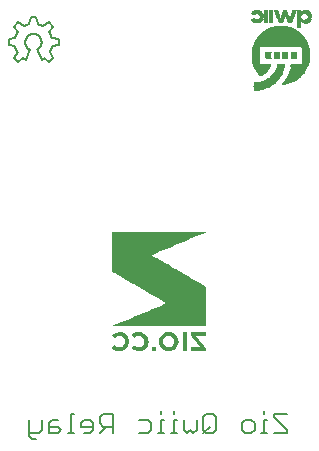
<source format=gbr>
G04 EAGLE Gerber RS-274X export*
G75*
%MOMM*%
%FSLAX34Y34*%
%LPD*%
%AMOC8*
5,1,8,0,0,1.08239X$1,22.5*%
G01*
%ADD10C,0.177800*%
%ADD11R,0.120000X0.020000*%
%ADD12R,0.340000X0.020000*%
%ADD13R,0.320000X0.020000*%
%ADD14R,0.140000X0.020000*%
%ADD15R,0.280000X0.020000*%
%ADD16R,0.360000X0.020000*%
%ADD17R,0.420000X0.020000*%
%ADD18R,0.380000X0.020000*%
%ADD19R,0.480000X0.020000*%
%ADD20R,0.540000X0.020000*%
%ADD21R,0.560000X0.020000*%
%ADD22R,0.400000X0.020000*%
%ADD23R,0.640000X0.020000*%
%ADD24R,0.620000X0.020000*%
%ADD25R,0.700000X0.020000*%
%ADD26R,0.660000X0.020000*%
%ADD27R,0.740000X0.020000*%
%ADD28R,1.080000X0.020000*%
%ADD29R,0.800000X0.020000*%
%ADD30R,1.100000X0.020000*%
%ADD31R,0.440000X0.020000*%
%ADD32R,0.840000X0.020000*%
%ADD33R,1.120000X0.020000*%
%ADD34R,0.460000X0.020000*%
%ADD35R,0.860000X0.020000*%
%ADD36R,0.900000X0.020000*%
%ADD37R,1.140000X0.020000*%
%ADD38R,0.920000X0.020000*%
%ADD39R,1.160000X0.020000*%
%ADD40R,0.960000X0.020000*%
%ADD41R,0.500000X0.020000*%
%ADD42R,0.520000X0.020000*%
%ADD43R,0.940000X0.020000*%
%ADD44R,0.260000X0.020000*%
%ADD45R,0.180000X0.020000*%
%ADD46R,0.580000X0.020000*%
%ADD47R,0.060000X0.020000*%
%ADD48R,0.600000X0.020000*%
%ADD49R,0.300000X0.020000*%
%ADD50R,0.040000X0.020000*%
%ADD51R,0.100000X0.020000*%
%ADD52R,0.160000X0.020000*%
%ADD53R,0.220000X0.020000*%
%ADD54R,0.980000X0.020000*%
%ADD55R,0.880000X0.020000*%
%ADD56R,0.760000X0.020000*%
%ADD57R,1.060000X0.020000*%
%ADD58R,0.720000X0.020000*%
%ADD59R,0.820000X0.020000*%
%ADD60R,1.180000X0.020000*%
%ADD61R,1.340000X0.020000*%
%ADD62R,1.460000X0.020000*%
%ADD63R,1.600000X0.020000*%
%ADD64R,1.700000X0.020000*%
%ADD65R,1.820000X0.020000*%
%ADD66R,1.900000X0.020000*%
%ADD67R,1.980000X0.020000*%
%ADD68R,2.100000X0.020000*%
%ADD69R,2.160000X0.020000*%
%ADD70R,2.260000X0.020000*%
%ADD71R,2.340000X0.020000*%
%ADD72R,2.400000X0.020000*%
%ADD73R,2.480000X0.020000*%
%ADD74R,2.540000X0.020000*%
%ADD75R,2.600000X0.020000*%
%ADD76R,2.680000X0.020000*%
%ADD77R,2.720000X0.020000*%
%ADD78R,2.800000X0.020000*%
%ADD79R,2.840000X0.020000*%
%ADD80R,2.900000X0.020000*%
%ADD81R,2.960000X0.020000*%
%ADD82R,3.000000X0.020000*%
%ADD83R,3.060000X0.020000*%
%ADD84R,3.120000X0.020000*%
%ADD85R,3.160000X0.020000*%
%ADD86R,3.200000X0.020000*%
%ADD87R,3.260000X0.020000*%
%ADD88R,3.300000X0.020000*%
%ADD89R,3.340000X0.020000*%
%ADD90R,3.380000X0.020000*%
%ADD91R,3.420000X0.020000*%
%ADD92R,3.460000X0.020000*%
%ADD93R,3.520000X0.020000*%
%ADD94R,3.540000X0.020000*%
%ADD95R,3.580000X0.020000*%
%ADD96R,3.620000X0.020000*%
%ADD97R,3.660000X0.020000*%
%ADD98R,3.700000X0.020000*%
%ADD99R,3.740000X0.020000*%
%ADD100R,3.780000X0.020000*%
%ADD101R,3.800000X0.020000*%
%ADD102R,3.840000X0.020000*%
%ADD103R,3.860000X0.020000*%
%ADD104R,3.900000X0.020000*%
%ADD105R,3.940000X0.020000*%
%ADD106R,3.960000X0.020000*%
%ADD107R,3.980000X0.020000*%
%ADD108R,4.020000X0.020000*%
%ADD109R,4.060000X0.020000*%
%ADD110R,4.080000X0.020000*%
%ADD111R,4.100000X0.020000*%
%ADD112R,4.120000X0.020000*%
%ADD113R,4.160000X0.020000*%
%ADD114R,4.180000X0.020000*%
%ADD115R,4.200000X0.020000*%
%ADD116R,4.240000X0.020000*%
%ADD117R,4.260000X0.020000*%
%ADD118R,4.280000X0.020000*%
%ADD119R,4.300000X0.020000*%
%ADD120R,4.320000X0.020000*%
%ADD121R,4.340000X0.020000*%
%ADD122R,4.380000X0.020000*%
%ADD123R,4.400000X0.020000*%
%ADD124R,4.440000X0.020000*%
%ADD125R,4.460000X0.020000*%
%ADD126R,4.500000X0.020000*%
%ADD127R,4.520000X0.020000*%
%ADD128R,4.540000X0.020000*%
%ADD129R,4.560000X0.020000*%
%ADD130R,4.580000X0.020000*%
%ADD131R,4.600000X0.020000*%
%ADD132R,4.620000X0.020000*%
%ADD133R,4.640000X0.020000*%
%ADD134R,4.660000X0.020000*%
%ADD135R,4.680000X0.020000*%
%ADD136R,4.700000X0.020000*%
%ADD137R,4.720000X0.020000*%
%ADD138R,4.740000X0.020000*%
%ADD139R,0.680000X0.020000*%
%ADD140R,1.480000X0.020000*%
%ADD141R,1.580000X0.020000*%
%ADD142R,1.560000X0.020000*%
%ADD143R,1.540000X0.020000*%
%ADD144R,1.520000X0.020000*%
%ADD145R,1.500000X0.020000*%
%ADD146R,1.440000X0.020000*%
%ADD147R,1.400000X0.020000*%
%ADD148R,1.420000X0.020000*%
%ADD149R,1.380000X0.020000*%
%ADD150R,1.360000X0.020000*%
%ADD151R,1.320000X0.020000*%
%ADD152R,1.300000X0.020000*%
%ADD153R,1.260000X0.020000*%
%ADD154R,1.220000X0.020000*%
%ADD155R,1.200000X0.020000*%
%ADD156R,1.040000X0.020000*%
%ADD157R,1.020000X0.020000*%
%ADD158R,1.000000X0.020000*%
%ADD159R,1.280000X0.020000*%
%ADD160R,0.780000X0.020000*%
%ADD161R,1.240000X0.020000*%
%ADD162R,0.020000X0.020000*%
%ADD163R,1.840000X0.020000*%
%ADD164R,1.800000X0.020000*%
%ADD165R,1.780000X0.020000*%
%ADD166R,1.760000X0.020000*%
%ADD167R,1.740000X0.020000*%
%ADD168R,1.680000X0.020000*%
%ADD169R,1.660000X0.020000*%
%ADD170R,1.620000X0.020000*%
%ADD171C,0.152400*%

G36*
X176211Y286914D02*
X176211Y286914D01*
X176210Y286914D01*
X176211Y286915D01*
X176208Y289305D01*
X176203Y291692D01*
X176200Y294081D01*
X176195Y296471D01*
X176192Y298858D01*
X176187Y301247D01*
X176184Y303634D01*
X176184Y303637D01*
X176179Y306024D01*
X176176Y308414D01*
X176174Y310801D01*
X176168Y313190D01*
X176166Y315577D01*
X176160Y317967D01*
X176158Y320354D01*
X176153Y320360D01*
X176152Y320364D01*
X173850Y321698D01*
X171548Y323031D01*
X169249Y324365D01*
X164646Y327032D01*
X162347Y328365D01*
X157744Y331032D01*
X155445Y332366D01*
X153143Y333699D01*
X150836Y335038D01*
X148530Y336374D01*
X146225Y337710D01*
X143918Y339049D01*
X141611Y340388D01*
X139307Y341724D01*
X137000Y343063D01*
X134696Y344402D01*
X132389Y345743D01*
X130108Y347076D01*
X132502Y348112D01*
X134927Y349141D01*
X137351Y350168D01*
X139778Y351192D01*
X142205Y352213D01*
X144632Y353235D01*
X147059Y354254D01*
X149488Y355275D01*
X151915Y356291D01*
X154222Y357259D01*
X156526Y358228D01*
X158833Y359193D01*
X161138Y360161D01*
X163445Y361127D01*
X165749Y362095D01*
X168056Y363063D01*
X170360Y364031D01*
X172667Y364999D01*
X174971Y365967D01*
X174972Y365967D01*
X176150Y366469D01*
X176153Y366474D01*
X176157Y366478D01*
X176156Y366480D01*
X176157Y366483D01*
X176150Y366486D01*
X176146Y366492D01*
X170844Y366492D01*
X168193Y366494D01*
X144336Y366494D01*
X141685Y366497D01*
X120483Y366497D01*
X117832Y366500D01*
X96626Y366500D01*
X96615Y366489D01*
X96615Y366488D01*
X96614Y366488D01*
X96617Y364095D01*
X96622Y361700D01*
X96625Y359308D01*
X96630Y356913D01*
X96633Y354521D01*
X96636Y352126D01*
X96641Y349731D01*
X96644Y347339D01*
X96649Y344944D01*
X96652Y342551D01*
X96657Y340156D01*
X96660Y337764D01*
X96665Y335369D01*
X96668Y332974D01*
X96673Y332968D01*
X96674Y332964D01*
X98970Y331636D01*
X101264Y330305D01*
X103560Y328977D01*
X105856Y327646D01*
X108150Y326315D01*
X110446Y324987D01*
X112740Y323656D01*
X115036Y322325D01*
X117332Y320997D01*
X119626Y319666D01*
X126531Y315666D01*
X128832Y314329D01*
X133436Y311662D01*
X135735Y310326D01*
X138036Y308993D01*
X140335Y307654D01*
X142614Y306327D01*
X140190Y305272D01*
X137734Y304230D01*
X135280Y303192D01*
X132824Y302155D01*
X130365Y301120D01*
X127906Y300085D01*
X125447Y299053D01*
X122988Y298021D01*
X120683Y297055D01*
X118376Y296087D01*
X116070Y295119D01*
X113763Y294154D01*
X111458Y293186D01*
X109151Y292217D01*
X106844Y291252D01*
X104540Y290284D01*
X102233Y289316D01*
X99929Y288348D01*
X98249Y287641D01*
X96568Y286934D01*
X96566Y286929D01*
X96561Y286925D01*
X96563Y286923D01*
X96562Y286920D01*
X96568Y286917D01*
X96573Y286911D01*
X101880Y286911D01*
X104534Y286908D01*
X139040Y286908D01*
X141693Y286906D01*
X173545Y286906D01*
X176199Y286903D01*
X176211Y286914D01*
G37*
G36*
X144996Y265762D02*
X144996Y265762D01*
X146385Y265831D01*
X146387Y265833D01*
X146388Y265832D01*
X148573Y266581D01*
X148574Y266583D01*
X148576Y266583D01*
X150475Y267892D01*
X150475Y267894D01*
X150477Y267894D01*
X151933Y269684D01*
X151933Y269686D01*
X151935Y269687D01*
X152807Y271821D01*
X152806Y271823D01*
X152808Y271824D01*
X152989Y273843D01*
X152988Y273844D01*
X152989Y273845D01*
X152760Y275856D01*
X152758Y275858D01*
X152759Y275860D01*
X151732Y278156D01*
X151730Y278157D01*
X151730Y278159D01*
X150074Y280053D01*
X150072Y280053D01*
X150071Y280055D01*
X148540Y280994D01*
X148539Y280994D01*
X148539Y280995D01*
X146869Y281664D01*
X146867Y281663D01*
X146866Y281665D01*
X144996Y281836D01*
X144682Y281865D01*
X144680Y281864D01*
X144679Y281865D01*
X142492Y281673D01*
X142491Y281671D01*
X142489Y281672D01*
X140611Y280907D01*
X140611Y280905D01*
X140609Y280906D01*
X138929Y279775D01*
X138928Y279773D01*
X138927Y279773D01*
X137502Y278084D01*
X137502Y278082D01*
X137500Y278081D01*
X136634Y276052D01*
X136634Y276050D01*
X136633Y276048D01*
X136369Y273854D01*
X136370Y273852D01*
X136369Y273851D01*
X136510Y272038D01*
X136512Y272036D01*
X136511Y272034D01*
X137135Y270328D01*
X137137Y270327D01*
X137136Y270325D01*
X138403Y268405D01*
X138405Y268404D01*
X138405Y268402D01*
X140165Y266925D01*
X140168Y266925D01*
X140168Y266923D01*
X142278Y266000D01*
X142280Y266001D01*
X142281Y265999D01*
X144324Y265727D01*
X144325Y265728D01*
X144326Y265727D01*
X144996Y265762D01*
G37*
G36*
X176211Y266010D02*
X176211Y266010D01*
X176210Y266010D01*
X176211Y266011D01*
X176206Y267318D01*
X176200Y268625D01*
X176197Y268629D01*
X176197Y268633D01*
X174771Y270286D01*
X171917Y273593D01*
X170490Y275247D01*
X167653Y278534D01*
X169689Y278547D01*
X171753Y278561D01*
X173815Y278574D01*
X175879Y278590D01*
X175891Y278601D01*
X175890Y278601D01*
X175891Y278602D01*
X175891Y281584D01*
X175880Y281596D01*
X175880Y281595D01*
X175879Y281596D01*
X163077Y281596D01*
X163066Y281585D01*
X163066Y281584D01*
X163065Y281584D01*
X163065Y279074D01*
X163069Y279070D01*
X163068Y279066D01*
X164506Y277397D01*
X165943Y275727D01*
X167378Y274055D01*
X168816Y272385D01*
X170251Y270716D01*
X171671Y269063D01*
X171034Y269055D01*
X171032Y269055D01*
X170075Y269043D01*
X170073Y269043D01*
X169555Y269037D01*
X169116Y269031D01*
X169114Y269031D01*
X168157Y269019D01*
X168155Y269019D01*
X168154Y269019D01*
X167414Y269010D01*
X167198Y269007D01*
X167196Y269007D01*
X166240Y268995D01*
X166238Y268995D01*
X165282Y268984D01*
X165280Y268984D01*
X165280Y268983D01*
X165272Y268983D01*
X164323Y268972D01*
X164321Y268972D01*
X163364Y268960D01*
X163362Y268960D01*
X163131Y268957D01*
X163119Y268946D01*
X163119Y268945D01*
X163089Y267478D01*
X163060Y266011D01*
X163070Y265999D01*
X163071Y266000D01*
X163072Y265999D01*
X176199Y265999D01*
X176211Y266010D01*
G37*
G36*
X121174Y265842D02*
X121174Y265842D01*
X121176Y265844D01*
X121178Y265843D01*
X123498Y266701D01*
X123499Y266704D01*
X123501Y266703D01*
X125443Y268234D01*
X125443Y268236D01*
X125445Y268237D01*
X126816Y270296D01*
X126816Y270298D01*
X126817Y270298D01*
X127380Y271973D01*
X127380Y271974D01*
X127379Y271975D01*
X127381Y271976D01*
X127509Y273745D01*
X127508Y273746D01*
X127509Y273746D01*
X127354Y275675D01*
X127352Y275676D01*
X127353Y275678D01*
X126668Y277483D01*
X126666Y277484D01*
X126667Y277486D01*
X125523Y279249D01*
X125520Y279249D01*
X125520Y279251D01*
X123923Y280614D01*
X123921Y280614D01*
X123920Y280616D01*
X122016Y281507D01*
X122014Y281506D01*
X122014Y281507D01*
X120675Y281833D01*
X120673Y281832D01*
X120672Y281833D01*
X120443Y281836D01*
X120441Y281836D01*
X119561Y281848D01*
X119559Y281848D01*
X119293Y281852D01*
X119293Y281851D01*
X119293Y281852D01*
X119141Y281848D01*
X119140Y281848D01*
X118638Y281836D01*
X118637Y281836D01*
X118135Y281824D01*
X118133Y281824D01*
X117943Y281820D01*
X117942Y281819D01*
X117941Y281819D01*
X116624Y281553D01*
X116623Y281552D01*
X116622Y281552D01*
X115144Y280963D01*
X115143Y280961D01*
X115142Y280962D01*
X113825Y280073D01*
X113824Y280070D01*
X113821Y280070D01*
X113341Y279304D01*
X113343Y279295D01*
X113342Y279290D01*
X114331Y278128D01*
X114332Y278127D01*
X115356Y276991D01*
X115362Y276990D01*
X115363Y276989D01*
X115368Y276989D01*
X115368Y276990D01*
X115372Y276989D01*
X115372Y276990D01*
X115963Y277424D01*
X117689Y278406D01*
X119650Y278667D01*
X121083Y278369D01*
X122309Y277572D01*
X123507Y275853D01*
X123916Y273799D01*
X123507Y271742D01*
X122309Y270026D01*
X121073Y269225D01*
X119626Y268928D01*
X117657Y269159D01*
X115939Y270166D01*
X115247Y270706D01*
X115231Y270705D01*
X114137Y269620D01*
X113047Y268532D01*
X113046Y268528D01*
X113046Y268527D01*
X113046Y268516D01*
X113047Y268516D01*
X113047Y268515D01*
X113551Y267998D01*
X113552Y267998D01*
X113552Y267997D01*
X114765Y267018D01*
X114767Y267018D01*
X114767Y267017D01*
X116132Y266262D01*
X116135Y266263D01*
X116136Y266261D01*
X118627Y265733D01*
X118628Y265734D01*
X118630Y265732D01*
X121174Y265842D01*
G37*
G36*
X104148Y265756D02*
X104148Y265756D01*
X104149Y265758D01*
X104151Y265757D01*
X106495Y266474D01*
X106496Y266476D01*
X106498Y266476D01*
X108579Y267905D01*
X108579Y267908D01*
X108581Y267908D01*
X110086Y269932D01*
X110085Y269935D01*
X110087Y269936D01*
X110890Y272331D01*
X110889Y272333D01*
X110891Y272334D01*
X110947Y274857D01*
X110945Y274859D01*
X110946Y274859D01*
X110945Y274859D01*
X110946Y274861D01*
X110240Y277285D01*
X110237Y277287D01*
X110238Y277289D01*
X108811Y279369D01*
X108809Y279369D01*
X108809Y279371D01*
X106904Y280881D01*
X106902Y280881D01*
X106901Y280883D01*
X104624Y281728D01*
X104621Y281727D01*
X104620Y281729D01*
X102193Y281886D01*
X102192Y281885D01*
X102190Y281886D01*
X99590Y281390D01*
X99588Y281388D01*
X99586Y281389D01*
X97287Y280079D01*
X97286Y280076D01*
X97284Y280076D01*
X96750Y279364D01*
X96751Y279352D01*
X96751Y279349D01*
X97767Y278154D01*
X98815Y276991D01*
X98831Y276989D01*
X99535Y277496D01*
X100919Y278324D01*
X102492Y278667D01*
X104439Y278417D01*
X106053Y277303D01*
X107221Y275102D01*
X107242Y272607D01*
X106122Y270380D01*
X104612Y269265D01*
X102766Y268906D01*
X100959Y269220D01*
X99380Y270168D01*
X98693Y270696D01*
X98677Y270695D01*
X97647Y269663D01*
X97647Y269662D01*
X96617Y268513D01*
X96617Y268497D01*
X96618Y268497D01*
X96618Y268496D01*
X98325Y266930D01*
X98328Y266930D01*
X98328Y266928D01*
X100155Y266096D01*
X100157Y266097D01*
X100158Y266095D01*
X102134Y265717D01*
X102136Y265718D01*
X102137Y265716D01*
X104148Y265756D01*
G37*
%LPC*%
G36*
X145547Y269033D02*
X145547Y269033D01*
X145169Y269045D01*
X144995Y269050D01*
X144759Y269058D01*
X144387Y269070D01*
X144386Y269070D01*
X144014Y269082D01*
X143642Y269093D01*
X143641Y269093D01*
X143270Y269105D01*
X143269Y269105D01*
X143252Y269106D01*
X141087Y270545D01*
X140110Y272546D01*
X140065Y274770D01*
X140959Y276805D01*
X142667Y278228D01*
X144683Y278694D01*
X144993Y278628D01*
X146710Y278258D01*
X148332Y276973D01*
X149296Y274799D01*
X149197Y272423D01*
X148032Y270354D01*
X145837Y269024D01*
X145547Y269033D01*
G37*
%LPD*%
G36*
X159678Y266010D02*
X159678Y266010D01*
X159677Y266010D01*
X159678Y266011D01*
X159678Y281584D01*
X159668Y281596D01*
X159667Y281595D01*
X159666Y281596D01*
X156252Y281596D01*
X156241Y281585D01*
X156241Y281584D01*
X156241Y266011D01*
X156251Y265999D01*
X156252Y266000D01*
X156252Y265999D01*
X159666Y265999D01*
X159678Y266010D01*
G37*
G36*
X133758Y266010D02*
X133758Y266010D01*
X133757Y266010D01*
X133758Y266011D01*
X133758Y269532D01*
X133747Y269543D01*
X133746Y269543D01*
X130119Y269543D01*
X130107Y269533D01*
X130107Y269532D01*
X130107Y266011D01*
X130117Y265999D01*
X130118Y266000D01*
X130119Y265999D01*
X133746Y265999D01*
X133758Y266010D01*
G37*
D10*
X244475Y212485D02*
X233798Y212485D01*
X233798Y209815D01*
X244475Y199138D01*
X244475Y196469D01*
X233798Y196469D01*
X228103Y207146D02*
X225434Y207146D01*
X225434Y196469D01*
X228103Y196469D02*
X222765Y196469D01*
X225434Y212485D02*
X225434Y215154D01*
X214520Y196469D02*
X209181Y196469D01*
X206512Y199138D01*
X206512Y204477D01*
X209181Y207146D01*
X214520Y207146D01*
X217189Y204477D01*
X217189Y199138D01*
X214520Y196469D01*
X184446Y199138D02*
X184446Y209815D01*
X181777Y212485D01*
X176438Y212485D01*
X173769Y209815D01*
X173769Y199138D01*
X176438Y196469D01*
X181777Y196469D01*
X184446Y199138D01*
X179107Y201808D02*
X173769Y196469D01*
X168074Y199138D02*
X168074Y207146D01*
X168074Y199138D02*
X165405Y196469D01*
X162736Y199138D01*
X160067Y196469D01*
X157397Y199138D01*
X157397Y207146D01*
X151703Y207146D02*
X149034Y207146D01*
X149034Y196469D01*
X151703Y196469D02*
X146364Y196469D01*
X149034Y212485D02*
X149034Y215154D01*
X140788Y207146D02*
X138119Y207146D01*
X138119Y196469D01*
X140788Y196469D02*
X135450Y196469D01*
X138119Y212485D02*
X138119Y215154D01*
X127205Y207146D02*
X119197Y207146D01*
X127205Y207146D02*
X129874Y204477D01*
X129874Y199138D01*
X127205Y196469D01*
X119197Y196469D01*
X97131Y196469D02*
X97131Y212485D01*
X89123Y212485D01*
X86454Y209815D01*
X86454Y204477D01*
X89123Y201808D01*
X97131Y201808D01*
X91792Y201808D02*
X86454Y196469D01*
X78090Y196469D02*
X72752Y196469D01*
X78090Y196469D02*
X80759Y199138D01*
X80759Y204477D01*
X78090Y207146D01*
X72752Y207146D01*
X70082Y204477D01*
X70082Y201808D01*
X80759Y201808D01*
X64388Y212485D02*
X61719Y212485D01*
X61719Y196469D01*
X64388Y196469D02*
X59049Y196469D01*
X50804Y207146D02*
X45466Y207146D01*
X42796Y204477D01*
X42796Y196469D01*
X50804Y196469D01*
X53473Y199138D01*
X50804Y201808D01*
X42796Y201808D01*
X37102Y199138D02*
X37102Y207146D01*
X37102Y199138D02*
X34433Y196469D01*
X26425Y196469D01*
X26425Y193800D02*
X26425Y207146D01*
X26425Y193800D02*
X29094Y191130D01*
X31763Y191130D01*
D11*
X260530Y553900D03*
D12*
X255230Y553900D03*
X251030Y553900D03*
D13*
X243130Y553900D03*
X235530Y553900D03*
D12*
X231430Y553900D03*
X227230Y553900D03*
D14*
X219430Y553900D03*
D15*
X260530Y553700D03*
D16*
X255130Y553700D03*
X250930Y553700D03*
X243130Y553700D03*
D12*
X235430Y553700D03*
D16*
X231530Y553700D03*
X227130Y553700D03*
D13*
X219330Y553700D03*
D17*
X260630Y553500D03*
D16*
X255130Y553500D03*
X250930Y553500D03*
D18*
X243230Y553500D03*
D16*
X235530Y553500D03*
X231530Y553500D03*
X227130Y553500D03*
D19*
X219330Y553500D03*
X260530Y553300D03*
D16*
X255130Y553300D03*
X250930Y553300D03*
D18*
X243230Y553300D03*
D12*
X235630Y553300D03*
D16*
X231530Y553300D03*
X227130Y553300D03*
D20*
X219430Y553300D03*
D21*
X260530Y553100D03*
D16*
X255130Y553100D03*
X250730Y553100D03*
D22*
X243130Y553100D03*
D12*
X235630Y553100D03*
D16*
X231530Y553100D03*
X227130Y553100D03*
D23*
X219330Y553100D03*
D24*
X260630Y552900D03*
D16*
X255130Y552900D03*
X250730Y552900D03*
D22*
X243130Y552900D03*
D16*
X235730Y552900D03*
X231530Y552900D03*
X227130Y552900D03*
D25*
X219430Y552900D03*
D26*
X260630Y552700D03*
D18*
X255230Y552700D03*
D12*
X250630Y552700D03*
D17*
X243230Y552700D03*
D12*
X235830Y552700D03*
D16*
X231530Y552700D03*
X227130Y552700D03*
D27*
X219430Y552700D03*
D28*
X258730Y552500D03*
D16*
X250530Y552500D03*
D17*
X243230Y552500D03*
D12*
X235830Y552500D03*
D16*
X231530Y552500D03*
X227130Y552500D03*
D29*
X219330Y552500D03*
D30*
X258830Y552300D03*
D16*
X250530Y552300D03*
D31*
X243130Y552300D03*
D12*
X235830Y552300D03*
D16*
X231530Y552300D03*
X227130Y552300D03*
D32*
X219330Y552300D03*
D33*
X258930Y552100D03*
D12*
X250430Y552100D03*
D34*
X243230Y552100D03*
D12*
X236030Y552100D03*
D16*
X231530Y552100D03*
X227130Y552100D03*
D35*
X219430Y552100D03*
D33*
X258930Y551900D03*
D12*
X250430Y551900D03*
D34*
X243230Y551900D03*
D12*
X236030Y551900D03*
D16*
X231530Y551900D03*
X227130Y551900D03*
D36*
X219430Y551900D03*
D37*
X259030Y551700D03*
D16*
X250330Y551700D03*
D19*
X243130Y551700D03*
D13*
X236130Y551700D03*
D16*
X231530Y551700D03*
X227130Y551700D03*
D38*
X219330Y551700D03*
D39*
X259130Y551500D03*
D12*
X250230Y551500D03*
D19*
X243130Y551500D03*
D12*
X236230Y551500D03*
D16*
X231530Y551500D03*
X227130Y551500D03*
D40*
X219330Y551500D03*
D39*
X259130Y551300D03*
D12*
X250230Y551300D03*
D41*
X243230Y551300D03*
D12*
X236230Y551300D03*
D16*
X231530Y551300D03*
X227130Y551300D03*
D40*
X219530Y551300D03*
D39*
X259130Y551100D03*
D16*
X250130Y551100D03*
D42*
X243130Y551100D03*
D12*
X236230Y551100D03*
D16*
X231530Y551100D03*
X227130Y551100D03*
D43*
X219630Y551100D03*
D19*
X262730Y550900D03*
D20*
X256030Y550900D03*
D12*
X250030Y550900D03*
D42*
X243130Y550900D03*
D13*
X236330Y550900D03*
D16*
X231530Y550900D03*
X227130Y550900D03*
D19*
X222130Y550900D03*
D13*
X216930Y550900D03*
D34*
X263030Y550700D03*
D41*
X255830Y550700D03*
D12*
X250030Y550700D03*
D42*
X243130Y550700D03*
D12*
X236430Y550700D03*
D16*
X231530Y550700D03*
X227130Y550700D03*
D31*
X222330Y550700D03*
D44*
X216830Y550700D03*
D17*
X263230Y550500D03*
D34*
X255630Y550500D03*
D16*
X249930Y550500D03*
D20*
X243230Y550500D03*
D13*
X236530Y550500D03*
D16*
X231530Y550500D03*
X227130Y550500D03*
D17*
X222630Y550500D03*
D45*
X216830Y550500D03*
D22*
X263330Y550300D03*
D31*
X255530Y550300D03*
D12*
X249830Y550300D03*
D20*
X243230Y550300D03*
D13*
X236530Y550300D03*
D16*
X231530Y550300D03*
X227130Y550300D03*
D22*
X222730Y550300D03*
D11*
X216930Y550300D03*
D22*
X263330Y550100D03*
D17*
X255430Y550100D03*
D12*
X249830Y550100D03*
D46*
X243230Y550100D03*
D12*
X236630Y550100D03*
D16*
X231530Y550100D03*
X227130Y550100D03*
D18*
X222830Y550100D03*
D47*
X217030Y550100D03*
D18*
X263430Y549900D03*
D22*
X255330Y549900D03*
D13*
X249730Y549900D03*
D46*
X243230Y549900D03*
D13*
X236730Y549900D03*
D16*
X231530Y549900D03*
X227130Y549900D03*
X222930Y549900D03*
D18*
X263630Y549700D03*
D22*
X255330Y549700D03*
D12*
X249630Y549700D03*
D48*
X243130Y549700D03*
D13*
X236730Y549700D03*
D16*
X231530Y549700D03*
X227130Y549700D03*
D18*
X223030Y549700D03*
X263630Y549500D03*
D22*
X255330Y549500D03*
D12*
X249630Y549500D03*
D48*
X243130Y549500D03*
D13*
X236930Y549500D03*
D16*
X231530Y549500D03*
X227130Y549500D03*
D18*
X223030Y549500D03*
X263630Y549300D03*
X255230Y549300D03*
D13*
X249530Y549300D03*
D15*
X244730Y549300D03*
D49*
X241630Y549300D03*
D13*
X236930Y549300D03*
D16*
X231530Y549300D03*
X227130Y549300D03*
X223130Y549300D03*
X263730Y549100D03*
D18*
X255230Y549100D03*
D12*
X249430Y549100D03*
D15*
X244930Y549100D03*
D49*
X241630Y549100D03*
D13*
X236930Y549100D03*
D16*
X231530Y549100D03*
X227130Y549100D03*
X223130Y549100D03*
X263730Y548900D03*
D18*
X255230Y548900D03*
D12*
X249430Y548900D03*
D15*
X244930Y548900D03*
D49*
X241430Y548900D03*
X237030Y548900D03*
D16*
X231530Y548900D03*
X227130Y548900D03*
X223130Y548900D03*
X263730Y548700D03*
X255130Y548700D03*
D13*
X249330Y548700D03*
D49*
X245030Y548700D03*
X241430Y548700D03*
D13*
X237130Y548700D03*
D16*
X231530Y548700D03*
X227130Y548700D03*
X223130Y548700D03*
X263730Y548500D03*
X255130Y548500D03*
D12*
X249230Y548500D03*
D49*
X245030Y548500D03*
X241430Y548500D03*
D13*
X237130Y548500D03*
D16*
X231530Y548500D03*
X227130Y548500D03*
X223130Y548500D03*
X263730Y548300D03*
X255130Y548300D03*
D13*
X249130Y548300D03*
D15*
X245130Y548300D03*
X241330Y548300D03*
D49*
X237230Y548300D03*
D16*
X231530Y548300D03*
X227130Y548300D03*
X223130Y548300D03*
X263730Y548100D03*
X255130Y548100D03*
D13*
X249130Y548100D03*
D15*
X245130Y548100D03*
D49*
X241230Y548100D03*
D13*
X237330Y548100D03*
D16*
X231530Y548100D03*
X227130Y548100D03*
X223130Y548100D03*
X263730Y547900D03*
X255130Y547900D03*
D13*
X249130Y547900D03*
D15*
X245330Y547900D03*
D49*
X241230Y547900D03*
X237430Y547900D03*
D16*
X231530Y547900D03*
X227130Y547900D03*
X223130Y547900D03*
X263730Y547700D03*
D18*
X255230Y547700D03*
D12*
X249030Y547700D03*
D15*
X245330Y547700D03*
D49*
X241030Y547700D03*
X237430Y547700D03*
D16*
X231530Y547700D03*
X227130Y547700D03*
X223130Y547700D03*
X263730Y547500D03*
D18*
X255230Y547500D03*
D13*
X248930Y547500D03*
D15*
X245330Y547500D03*
D49*
X241030Y547500D03*
X237430Y547500D03*
D16*
X231530Y547500D03*
X227130Y547500D03*
X223130Y547500D03*
D18*
X263630Y547300D03*
X255230Y547300D03*
D13*
X248930Y547300D03*
D15*
X245330Y547300D03*
D49*
X241030Y547300D03*
D13*
X237530Y547300D03*
D16*
X231530Y547300D03*
X227130Y547300D03*
D18*
X223030Y547300D03*
X263630Y547100D03*
D22*
X255330Y547100D03*
D13*
X248730Y547100D03*
D15*
X245530Y547100D03*
D49*
X241030Y547100D03*
X237630Y547100D03*
D16*
X231530Y547100D03*
X227130Y547100D03*
D18*
X223030Y547100D03*
X263630Y546900D03*
D22*
X255330Y546900D03*
D24*
X247230Y546900D03*
X239230Y546900D03*
D16*
X231530Y546900D03*
X227130Y546900D03*
D18*
X222830Y546900D03*
D50*
X216930Y546900D03*
D18*
X263430Y546700D03*
D22*
X255330Y546700D03*
D24*
X247230Y546700D03*
D48*
X239330Y546700D03*
D16*
X231530Y546700D03*
X227130Y546700D03*
D18*
X222830Y546700D03*
D51*
X216830Y546700D03*
D22*
X263330Y546500D03*
D17*
X255430Y546500D03*
D46*
X247230Y546500D03*
X239230Y546500D03*
D16*
X231530Y546500D03*
X227130Y546500D03*
D22*
X222730Y546500D03*
D52*
X216730Y546500D03*
D22*
X263330Y546300D03*
D31*
X255530Y546300D03*
D46*
X247230Y546300D03*
X239230Y546300D03*
D16*
X231530Y546300D03*
X227130Y546300D03*
D17*
X222630Y546300D03*
D53*
X216630Y546300D03*
D17*
X263230Y546100D03*
D34*
X255630Y546100D03*
D46*
X247230Y546100D03*
D21*
X239330Y546100D03*
D16*
X231530Y546100D03*
X227130Y546100D03*
D31*
X222330Y546100D03*
D15*
X216730Y546100D03*
D31*
X262930Y545900D03*
D19*
X255730Y545900D03*
D20*
X247230Y545900D03*
D21*
X239330Y545900D03*
D16*
X231530Y545900D03*
X227130Y545900D03*
D40*
X219730Y545900D03*
D34*
X262830Y545700D03*
D42*
X255930Y545700D03*
D20*
X247230Y545700D03*
X239230Y545700D03*
D16*
X231530Y545700D03*
X227130Y545700D03*
D40*
X219530Y545700D03*
D42*
X262330Y545500D03*
D48*
X256330Y545500D03*
D42*
X247130Y545500D03*
X239330Y545500D03*
D16*
X231530Y545500D03*
X227130Y545500D03*
D54*
X219430Y545500D03*
D39*
X259130Y545300D03*
D41*
X247230Y545300D03*
D42*
X239330Y545300D03*
D16*
X231530Y545300D03*
X227130Y545300D03*
D43*
X219430Y545300D03*
D39*
X259130Y545100D03*
D41*
X247230Y545100D03*
D19*
X239330Y545100D03*
D16*
X231530Y545100D03*
X227130Y545100D03*
D38*
X219330Y545100D03*
D37*
X259030Y544900D03*
D19*
X247130Y544900D03*
X239330Y544900D03*
D16*
X231530Y544900D03*
X227130Y544900D03*
D55*
X219330Y544900D03*
D33*
X258930Y544700D03*
D19*
X247130Y544700D03*
X239330Y544700D03*
D16*
X231530Y544700D03*
X227130Y544700D03*
D32*
X219330Y544700D03*
D30*
X258830Y544500D03*
D34*
X247230Y544500D03*
D31*
X239330Y544500D03*
D16*
X231530Y544500D03*
X227130Y544500D03*
D29*
X219330Y544500D03*
D28*
X258730Y544300D03*
D31*
X247130Y544300D03*
X239330Y544300D03*
D16*
X231530Y544300D03*
X227130Y544300D03*
D56*
X219330Y544300D03*
D57*
X258630Y544100D03*
D17*
X247230Y544100D03*
D31*
X239330Y544100D03*
D16*
X231530Y544100D03*
X227130Y544100D03*
D58*
X219330Y544100D03*
D23*
X260530Y543900D03*
D18*
X255230Y543900D03*
D22*
X247130Y543900D03*
D17*
X239430Y543900D03*
D16*
X231530Y543900D03*
X227130Y543900D03*
D23*
X219330Y543900D03*
D48*
X260530Y543700D03*
D16*
X255130Y543700D03*
D22*
X247130Y543700D03*
X239330Y543700D03*
D16*
X231530Y543700D03*
X227130Y543700D03*
D48*
X219330Y543700D03*
D21*
X260530Y543500D03*
D16*
X255130Y543500D03*
D22*
X247130Y543500D03*
D18*
X239430Y543500D03*
D16*
X231530Y543500D03*
X227130Y543500D03*
D41*
X219430Y543500D03*
D19*
X260530Y543300D03*
D16*
X255130Y543300D03*
X247130Y543300D03*
D18*
X239430Y543300D03*
D16*
X231530Y543300D03*
X227130Y543300D03*
X219330Y543300D03*
D22*
X260530Y543100D03*
D16*
X255130Y543100D03*
X247130Y543100D03*
X239330Y543100D03*
D12*
X231430Y543100D03*
D16*
X227130Y543100D03*
D53*
X219430Y543100D03*
D15*
X260530Y542900D03*
D16*
X255130Y542900D03*
D51*
X260430Y542700D03*
D16*
X255130Y542700D03*
X255130Y542500D03*
X255130Y542300D03*
X255130Y542100D03*
X255130Y541900D03*
X255130Y541700D03*
X255130Y541500D03*
X255130Y541300D03*
X255130Y541100D03*
X255130Y540900D03*
X255130Y540700D03*
X255130Y540500D03*
D17*
X239430Y540500D03*
D16*
X255130Y540300D03*
D59*
X239430Y540300D03*
D16*
X255130Y540100D03*
D54*
X239430Y540100D03*
D16*
X255130Y539900D03*
D60*
X239430Y539900D03*
D16*
X255130Y539700D03*
D61*
X239430Y539700D03*
D16*
X255130Y539500D03*
D62*
X239430Y539500D03*
D16*
X255130Y539300D03*
D63*
X239330Y539300D03*
D12*
X255230Y539100D03*
D64*
X239430Y539100D03*
D65*
X239430Y538900D03*
D66*
X239430Y538700D03*
D67*
X239430Y538500D03*
D68*
X239430Y538300D03*
D69*
X239330Y538100D03*
D70*
X239430Y537900D03*
D71*
X239430Y537700D03*
D72*
X239330Y537500D03*
D73*
X239330Y537300D03*
D74*
X239430Y537100D03*
D75*
X239330Y536900D03*
D76*
X239330Y536700D03*
D77*
X239330Y536500D03*
D78*
X239330Y536300D03*
D79*
X239330Y536100D03*
D80*
X239430Y535900D03*
D81*
X239330Y535700D03*
D82*
X239330Y535500D03*
D83*
X239430Y535300D03*
D84*
X239330Y535100D03*
D85*
X239330Y534900D03*
D86*
X239330Y534700D03*
D87*
X239430Y534500D03*
D88*
X239430Y534300D03*
D89*
X239430Y534100D03*
D90*
X239430Y533900D03*
D91*
X239430Y533700D03*
D92*
X239430Y533500D03*
D93*
X239330Y533300D03*
D94*
X239430Y533100D03*
D95*
X239430Y532900D03*
D96*
X239430Y532700D03*
D97*
X239430Y532500D03*
D98*
X239430Y532300D03*
D99*
X239430Y532100D03*
D100*
X239430Y531900D03*
D101*
X239330Y531700D03*
D102*
X239330Y531500D03*
D103*
X239430Y531300D03*
D104*
X239430Y531100D03*
D105*
X239430Y530900D03*
D106*
X239330Y530700D03*
D107*
X239430Y530500D03*
D108*
X239430Y530300D03*
D109*
X239430Y530100D03*
D110*
X239330Y529900D03*
D111*
X239430Y529700D03*
D112*
X239330Y529500D03*
D113*
X239330Y529300D03*
D114*
X239430Y529100D03*
D115*
X239330Y528900D03*
D116*
X239330Y528700D03*
D117*
X239430Y528500D03*
D118*
X239330Y528300D03*
D119*
X239430Y528100D03*
D120*
X239330Y527900D03*
D121*
X239430Y527700D03*
D122*
X239430Y527500D03*
X239430Y527300D03*
D123*
X239330Y527100D03*
D124*
X239330Y526900D03*
D125*
X239430Y526700D03*
X239430Y526500D03*
D126*
X239430Y526300D03*
D127*
X239330Y526100D03*
X239330Y525900D03*
D128*
X239430Y525700D03*
D129*
X239330Y525500D03*
D130*
X239430Y525300D03*
D131*
X239330Y525100D03*
X239330Y524900D03*
D132*
X239430Y524700D03*
D133*
X239330Y524500D03*
D134*
X239430Y524300D03*
X239430Y524100D03*
D135*
X239330Y523900D03*
D136*
X239430Y523700D03*
D137*
X239330Y523500D03*
X239330Y523300D03*
D138*
X239430Y523100D03*
X239430Y522900D03*
D48*
X260130Y522700D03*
D23*
X218730Y522700D03*
D48*
X260330Y522500D03*
D24*
X218630Y522500D03*
D46*
X260430Y522300D03*
D24*
X218630Y522300D03*
D46*
X260430Y522100D03*
D24*
X218630Y522100D03*
D46*
X260430Y521900D03*
D23*
X218530Y521900D03*
D48*
X260530Y521700D03*
D23*
X218530Y521700D03*
D48*
X260530Y521500D03*
D23*
X218530Y521500D03*
D48*
X260530Y521300D03*
D26*
X218430Y521300D03*
D48*
X260530Y521100D03*
D26*
X218430Y521100D03*
D24*
X260630Y520900D03*
D26*
X218430Y520900D03*
D24*
X260630Y520700D03*
D26*
X218430Y520700D03*
D24*
X260630Y520500D03*
D26*
X218430Y520500D03*
D24*
X260630Y520300D03*
D26*
X218430Y520300D03*
D24*
X260630Y520100D03*
D139*
X218330Y520100D03*
D23*
X260730Y519900D03*
D139*
X218330Y519900D03*
D23*
X260730Y519700D03*
D139*
X218330Y519700D03*
D23*
X260730Y519500D03*
D139*
X218330Y519500D03*
D23*
X260730Y519300D03*
D139*
X218330Y519300D03*
D23*
X260730Y519100D03*
D25*
X218230Y519100D03*
D23*
X260730Y518900D03*
D25*
X218230Y518900D03*
D23*
X260730Y518700D03*
D25*
X218230Y518700D03*
D23*
X260730Y518500D03*
D25*
X218230Y518500D03*
D23*
X260730Y518300D03*
D25*
X218230Y518300D03*
D23*
X260730Y518100D03*
D25*
X218230Y518100D03*
D26*
X260830Y517900D03*
D34*
X250430Y517900D03*
D19*
X243330Y517900D03*
X236130Y517900D03*
D34*
X229030Y517900D03*
D25*
X218230Y517900D03*
D26*
X260830Y517700D03*
D19*
X250530Y517700D03*
X243330Y517700D03*
D41*
X236030Y517700D03*
D19*
X228930Y517700D03*
D25*
X218230Y517700D03*
D26*
X260830Y517500D03*
D19*
X250530Y517500D03*
X243330Y517500D03*
D41*
X236030Y517500D03*
D19*
X228930Y517500D03*
D25*
X218230Y517500D03*
D26*
X260830Y517300D03*
D19*
X250530Y517300D03*
X243330Y517300D03*
D41*
X236030Y517300D03*
D19*
X228930Y517300D03*
D25*
X218230Y517300D03*
D26*
X260830Y517100D03*
D19*
X250530Y517100D03*
X243330Y517100D03*
D41*
X236030Y517100D03*
D19*
X228930Y517100D03*
D25*
X218230Y517100D03*
D26*
X260830Y516900D03*
D19*
X250530Y516900D03*
X243330Y516900D03*
D41*
X236030Y516900D03*
D19*
X228930Y516900D03*
D25*
X218230Y516900D03*
D26*
X260830Y516700D03*
D19*
X250530Y516700D03*
X243330Y516700D03*
D41*
X236030Y516700D03*
D19*
X228930Y516700D03*
D25*
X218230Y516700D03*
D26*
X260830Y516500D03*
D19*
X250530Y516500D03*
X243330Y516500D03*
D41*
X236030Y516500D03*
D19*
X228930Y516500D03*
D58*
X218130Y516500D03*
D26*
X260830Y516300D03*
D19*
X250530Y516300D03*
X243330Y516300D03*
D41*
X236030Y516300D03*
D19*
X228930Y516300D03*
D58*
X218130Y516300D03*
D26*
X260830Y516100D03*
D19*
X250530Y516100D03*
X243330Y516100D03*
D41*
X236030Y516100D03*
D19*
X228930Y516100D03*
D58*
X218130Y516100D03*
D26*
X260830Y515900D03*
D19*
X250530Y515900D03*
X243330Y515900D03*
D41*
X236030Y515900D03*
D19*
X228930Y515900D03*
D58*
X218130Y515900D03*
D26*
X260830Y515700D03*
D19*
X250530Y515700D03*
X243330Y515700D03*
D41*
X236030Y515700D03*
D19*
X228930Y515700D03*
D58*
X218130Y515700D03*
D26*
X260830Y515500D03*
D19*
X250530Y515500D03*
X243330Y515500D03*
D41*
X236030Y515500D03*
D19*
X228930Y515500D03*
D58*
X218130Y515500D03*
D26*
X260830Y515300D03*
D19*
X250530Y515300D03*
X243330Y515300D03*
D41*
X236030Y515300D03*
D19*
X228930Y515300D03*
D58*
X218130Y515300D03*
D26*
X260830Y515100D03*
D19*
X250530Y515100D03*
X243330Y515100D03*
D41*
X236030Y515100D03*
D19*
X228930Y515100D03*
D58*
X218130Y515100D03*
D26*
X260830Y514900D03*
D19*
X250530Y514900D03*
X243330Y514900D03*
D41*
X236030Y514900D03*
D19*
X228930Y514900D03*
D25*
X218230Y514900D03*
D26*
X260830Y514700D03*
D19*
X250530Y514700D03*
X243330Y514700D03*
D41*
X236030Y514700D03*
D19*
X228930Y514700D03*
D25*
X218230Y514700D03*
D26*
X260830Y514500D03*
D19*
X250530Y514500D03*
X243330Y514500D03*
D41*
X236030Y514500D03*
D19*
X228930Y514500D03*
D25*
X218230Y514500D03*
D26*
X260830Y514300D03*
D19*
X250530Y514300D03*
X243330Y514300D03*
D41*
X236030Y514300D03*
D19*
X228930Y514300D03*
D25*
X218230Y514300D03*
D26*
X260830Y514100D03*
D19*
X250530Y514100D03*
X243330Y514100D03*
D41*
X236030Y514100D03*
D19*
X228930Y514100D03*
D25*
X218230Y514100D03*
D26*
X260830Y513900D03*
D19*
X250530Y513900D03*
X243330Y513900D03*
D41*
X236030Y513900D03*
D19*
X228930Y513900D03*
D25*
X218230Y513900D03*
D26*
X260830Y513700D03*
D19*
X250530Y513700D03*
X243330Y513700D03*
D41*
X236030Y513700D03*
D19*
X228930Y513700D03*
D25*
X218230Y513700D03*
D23*
X260730Y513500D03*
D19*
X250530Y513500D03*
X243330Y513500D03*
D41*
X236030Y513500D03*
D19*
X228930Y513500D03*
D25*
X218230Y513500D03*
D23*
X260730Y513300D03*
D34*
X250430Y513300D03*
D19*
X243330Y513300D03*
X236130Y513300D03*
D34*
X229030Y513300D03*
D25*
X218230Y513300D03*
D23*
X260730Y513100D03*
D25*
X218230Y513100D03*
D23*
X260730Y512900D03*
D25*
X218230Y512900D03*
D23*
X260730Y512700D03*
D25*
X218230Y512700D03*
D23*
X260730Y512500D03*
D25*
X218230Y512500D03*
D23*
X260730Y512300D03*
D25*
X218230Y512300D03*
D23*
X260730Y512100D03*
D139*
X218330Y512100D03*
D23*
X260730Y511900D03*
D139*
X218330Y511900D03*
D23*
X260730Y511700D03*
D139*
X218330Y511700D03*
D24*
X260630Y511500D03*
D139*
X218330Y511500D03*
D24*
X260630Y511300D03*
D26*
X218430Y511300D03*
D24*
X260630Y511100D03*
D26*
X218430Y511100D03*
D24*
X260630Y510900D03*
D26*
X218430Y510900D03*
D24*
X260630Y510700D03*
D26*
X218430Y510700D03*
D48*
X260530Y510500D03*
D26*
X218430Y510500D03*
D48*
X260530Y510300D03*
D26*
X218430Y510300D03*
D48*
X260530Y510100D03*
D23*
X218530Y510100D03*
D48*
X260530Y509900D03*
D23*
X218530Y509900D03*
D46*
X260430Y509700D03*
D23*
X218530Y509700D03*
D46*
X260430Y509500D03*
D23*
X218530Y509500D03*
D46*
X260430Y509300D03*
D24*
X218630Y509300D03*
D46*
X260430Y509100D03*
D24*
X218630Y509100D03*
D21*
X260330Y508900D03*
D24*
X218630Y508900D03*
D21*
X260330Y508700D03*
D48*
X218730Y508700D03*
D46*
X260230Y508500D03*
D24*
X218830Y508500D03*
D140*
X255530Y508300D03*
D26*
X239830Y508300D03*
D141*
X223630Y508300D03*
D140*
X255530Y508100D03*
D26*
X239830Y508100D03*
D141*
X223630Y508100D03*
D140*
X255530Y507900D03*
D26*
X239830Y507900D03*
D142*
X223730Y507900D03*
D140*
X255530Y507700D03*
D139*
X239730Y507700D03*
D143*
X223630Y507700D03*
D62*
X255430Y507500D03*
D139*
X239730Y507500D03*
D144*
X223730Y507500D03*
D140*
X255330Y507300D03*
D139*
X239730Y507300D03*
D144*
X223730Y507300D03*
D62*
X255230Y507100D03*
D139*
X239730Y507100D03*
D144*
X223730Y507100D03*
D62*
X255230Y506900D03*
D25*
X239630Y506900D03*
D145*
X223630Y506900D03*
D62*
X255230Y506700D03*
D139*
X239530Y506700D03*
D140*
X223730Y506700D03*
D146*
X255130Y506500D03*
D139*
X239530Y506500D03*
D62*
X223630Y506500D03*
D146*
X255130Y506300D03*
D139*
X239530Y506300D03*
D146*
X223730Y506300D03*
X254930Y506100D03*
D25*
X239430Y506100D03*
D146*
X223730Y506100D03*
X254930Y505900D03*
D25*
X239430Y505900D03*
D147*
X223730Y505900D03*
D148*
X254830Y505700D03*
D139*
X239330Y505700D03*
D147*
X223730Y505700D03*
D148*
X254830Y505500D03*
D25*
X239230Y505500D03*
D149*
X223630Y505500D03*
D148*
X254830Y505300D03*
D25*
X239230Y505300D03*
D150*
X223730Y505300D03*
D147*
X254730Y505100D03*
D25*
X239230Y505100D03*
D151*
X223730Y505100D03*
D148*
X254630Y504900D03*
D25*
X239030Y504900D03*
D151*
X223730Y504900D03*
D147*
X254530Y504700D03*
D25*
X239030Y504700D03*
D152*
X223630Y504700D03*
D147*
X254530Y504500D03*
D25*
X239030Y504500D03*
D153*
X223630Y504500D03*
D149*
X254430Y504300D03*
D58*
X238930Y504300D03*
D153*
X223630Y504300D03*
D147*
X254330Y504100D03*
D25*
X238830Y504100D03*
D154*
X223630Y504100D03*
D149*
X254230Y503900D03*
D58*
X238730Y503900D03*
D155*
X223730Y503900D03*
D150*
X254130Y503700D03*
D58*
X238730Y503700D03*
D60*
X223630Y503700D03*
D150*
X254130Y503500D03*
D58*
X238530Y503500D03*
D37*
X223630Y503500D03*
D150*
X253930Y503300D03*
D58*
X238530Y503300D03*
D37*
X223630Y503300D03*
D150*
X253930Y503100D03*
D27*
X238430Y503100D03*
D30*
X223630Y503100D03*
D61*
X253830Y502900D03*
D58*
X238330Y502900D03*
D28*
X223530Y502900D03*
D151*
X253730Y502700D03*
D27*
X238230Y502700D03*
D156*
X223530Y502700D03*
D61*
X253630Y502500D03*
D27*
X238230Y502500D03*
D157*
X223630Y502500D03*
D151*
X253530Y502300D03*
D27*
X238030Y502300D03*
D158*
X223530Y502300D03*
D61*
X253430Y502100D03*
D27*
X238030Y502100D03*
D40*
X223530Y502100D03*
D151*
X253330Y501900D03*
D27*
X237830Y501900D03*
D38*
X223530Y501900D03*
D152*
X253230Y501700D03*
D56*
X237730Y501700D03*
D36*
X223430Y501700D03*
D152*
X253230Y501500D03*
D56*
X237730Y501500D03*
D35*
X223430Y501500D03*
D152*
X253030Y501300D03*
D56*
X237530Y501300D03*
D59*
X223430Y501300D03*
D159*
X252930Y501100D03*
D56*
X237530Y501100D03*
D29*
X223330Y501100D03*
D159*
X252730Y500900D03*
D56*
X237330Y500900D03*
X223330Y500900D03*
D159*
X252730Y500700D03*
D160*
X237230Y500700D03*
D25*
X223230Y500700D03*
D153*
X252630Y500500D03*
D160*
X237030Y500500D03*
D26*
X223230Y500500D03*
D153*
X252430Y500300D03*
D160*
X237030Y500300D03*
D23*
X223130Y500300D03*
D153*
X252430Y500100D03*
D160*
X236830Y500100D03*
D48*
X223130Y500100D03*
D154*
X252230Y499900D03*
D29*
X236730Y499900D03*
D20*
X223030Y499900D03*
D161*
X252130Y499700D03*
D29*
X236530Y499700D03*
D19*
X222930Y499700D03*
D154*
X252030Y499500D03*
D29*
X236530Y499500D03*
D31*
X222930Y499500D03*
D154*
X251830Y499300D03*
D29*
X236330Y499300D03*
D18*
X222830Y499300D03*
D155*
X251730Y499100D03*
D59*
X236230Y499100D03*
D13*
X222730Y499100D03*
D155*
X251530Y498900D03*
D59*
X236030Y498900D03*
D15*
X222530Y498900D03*
D60*
X251430Y498700D03*
D32*
X235930Y498700D03*
D53*
X222430Y498700D03*
D60*
X251230Y498500D03*
D32*
X235730Y498500D03*
D14*
X222230Y498500D03*
D39*
X251130Y498300D03*
D32*
X235530Y498300D03*
D162*
X222230Y498300D03*
D39*
X250930Y498100D03*
D35*
X235430Y498100D03*
D37*
X250830Y497900D03*
D35*
X235230Y497900D03*
D37*
X250630Y497700D03*
D55*
X235130Y497700D03*
D33*
X250530Y497500D03*
D55*
X234930Y497500D03*
D33*
X250330Y497300D03*
D55*
X234730Y497300D03*
D30*
X250230Y497100D03*
D55*
X234530Y497100D03*
D30*
X250030Y496900D03*
D38*
X234330Y496900D03*
D28*
X249930Y496700D03*
D38*
X234130Y496700D03*
D28*
X249730Y496500D03*
D38*
X233930Y496500D03*
D156*
X249530Y496300D03*
D40*
X233730Y496300D03*
D156*
X249330Y496100D03*
D40*
X233530Y496100D03*
D156*
X249130Y495900D03*
D40*
X233330Y495900D03*
D158*
X248930Y495700D03*
D54*
X233030Y495700D03*
D158*
X248730Y495500D03*
D157*
X232830Y495500D03*
D40*
X248530Y495300D03*
D157*
X232630Y495300D03*
D40*
X248330Y495100D03*
D156*
X232330Y495100D03*
D43*
X248030Y494900D03*
D57*
X232030Y494900D03*
D43*
X247830Y494700D03*
D28*
X231730Y494700D03*
D36*
X247630Y494500D03*
D30*
X231430Y494500D03*
D55*
X247330Y494300D03*
D33*
X231130Y494300D03*
D35*
X247230Y494100D03*
D39*
X230730Y494100D03*
D32*
X246930Y493900D03*
D60*
X230430Y493900D03*
D59*
X246630Y493700D03*
D161*
X229930Y493700D03*
D29*
X246330Y493500D03*
D159*
X229530Y493500D03*
D56*
X246130Y493300D03*
D61*
X229030Y493300D03*
D27*
X245830Y493100D03*
D148*
X228430Y493100D03*
D58*
X245530Y492900D03*
D143*
X227630Y492900D03*
D47*
X218630Y492900D03*
D139*
X245130Y492700D03*
D163*
X225930Y492700D03*
D26*
X244830Y492500D03*
D65*
X225830Y492500D03*
D46*
X244430Y492300D03*
D164*
X225730Y492300D03*
D20*
X244030Y492100D03*
D165*
X225630Y492100D03*
D41*
X243630Y491900D03*
D166*
X225530Y491900D03*
D31*
X243130Y491700D03*
D167*
X225430Y491700D03*
D22*
X242730Y491500D03*
D64*
X225230Y491500D03*
D49*
X242030Y491300D03*
D168*
X225130Y491300D03*
D11*
X241330Y491100D03*
D169*
X225030Y491100D03*
D170*
X224830Y490900D03*
D63*
X224730Y490700D03*
D142*
X224530Y490500D03*
D143*
X224430Y490300D03*
D144*
X224330Y490100D03*
D140*
X224130Y489900D03*
D146*
X223930Y489700D03*
D148*
X223830Y489500D03*
D149*
X223630Y489300D03*
D61*
X223430Y489100D03*
D152*
X223230Y488900D03*
D153*
X223030Y488700D03*
D154*
X222830Y488500D03*
D60*
X222630Y488300D03*
D33*
X222330Y488100D03*
D28*
X222130Y487900D03*
D157*
X221830Y487700D03*
D54*
X221630Y487500D03*
D36*
X221230Y487300D03*
D32*
X220930Y487100D03*
D160*
X220630Y486900D03*
D139*
X220130Y486700D03*
D48*
X219730Y486500D03*
D31*
X218930Y486300D03*
D171*
X36830Y512572D02*
X33020Y521208D01*
X36830Y512572D02*
X38608Y513588D01*
X43180Y510540D01*
X46736Y514096D01*
X43688Y518668D01*
X45720Y523748D02*
X51308Y524764D01*
X51308Y529844D01*
X45466Y530860D01*
X43434Y535686D02*
X46736Y540512D01*
X43180Y544068D01*
X38354Y540766D01*
X33782Y542544D02*
X32512Y548640D01*
X27686Y548640D01*
X26416Y542544D01*
X21844Y540766D02*
X16764Y544068D01*
X13208Y540512D01*
X16764Y535686D01*
X14478Y530860D02*
X8890Y529844D01*
X8890Y524764D01*
X14478Y523748D01*
X16510Y518668D02*
X13208Y514096D01*
X16764Y510540D01*
X21336Y513588D01*
X23368Y512572D01*
X26924Y521208D01*
X26772Y521285D01*
X26623Y521365D01*
X26475Y521449D01*
X26329Y521537D01*
X26186Y521628D01*
X26045Y521723D01*
X25906Y521821D01*
X25769Y521922D01*
X25635Y522027D01*
X25504Y522135D01*
X25376Y522246D01*
X25250Y522360D01*
X25127Y522478D01*
X25007Y522598D01*
X24890Y522721D01*
X24776Y522847D01*
X24665Y522976D01*
X24557Y523108D01*
X24453Y523242D01*
X24352Y523378D01*
X24254Y523517D01*
X24160Y523659D01*
X24069Y523803D01*
X23982Y523948D01*
X23898Y524096D01*
X23818Y524246D01*
X23742Y524398D01*
X23669Y524552D01*
X23601Y524708D01*
X23536Y524865D01*
X23475Y525023D01*
X23418Y525183D01*
X23365Y525345D01*
X23315Y525508D01*
X23270Y525671D01*
X23229Y525836D01*
X23192Y526002D01*
X23159Y526169D01*
X23130Y526336D01*
X23105Y526505D01*
X23085Y526673D01*
X23068Y526842D01*
X23056Y527012D01*
X23047Y527182D01*
X23043Y527352D01*
X23044Y527522D01*
X23048Y527692D01*
X23056Y527861D01*
X23069Y528031D01*
X23086Y528200D01*
X23107Y528369D01*
X23132Y528537D01*
X23161Y528704D01*
X23194Y528871D01*
X23232Y529037D01*
X23273Y529202D01*
X23318Y529365D01*
X23368Y529528D01*
X23421Y529689D01*
X23479Y529849D01*
X23540Y530008D01*
X23605Y530165D01*
X23674Y530320D01*
X23747Y530474D01*
X23823Y530626D01*
X23904Y530775D01*
X23987Y530923D01*
X24075Y531069D01*
X24166Y531213D01*
X24260Y531354D01*
X24358Y531493D01*
X24460Y531629D01*
X24564Y531763D01*
X24672Y531895D01*
X24783Y532023D01*
X24897Y532149D01*
X25015Y532272D01*
X25135Y532392D01*
X25258Y532509D01*
X25384Y532623D01*
X25513Y532734D01*
X25644Y532842D01*
X25778Y532947D01*
X25915Y533048D01*
X26054Y533146D01*
X26195Y533240D01*
X26339Y533331D01*
X26485Y533418D01*
X26633Y533502D01*
X26782Y533582D01*
X26934Y533659D01*
X27088Y533731D01*
X27243Y533800D01*
X27400Y533865D01*
X27559Y533926D01*
X27719Y533984D01*
X27880Y534037D01*
X28043Y534086D01*
X28207Y534131D01*
X28372Y534173D01*
X28538Y534210D01*
X28704Y534243D01*
X28872Y534272D01*
X29040Y534297D01*
X29209Y534318D01*
X29378Y534334D01*
X29547Y534347D01*
X29717Y534355D01*
X29887Y534359D01*
X30057Y534359D01*
X30227Y534355D01*
X30397Y534347D01*
X30566Y534334D01*
X30735Y534318D01*
X30904Y534297D01*
X31072Y534272D01*
X31240Y534243D01*
X31406Y534210D01*
X31572Y534173D01*
X31737Y534131D01*
X31901Y534086D01*
X32064Y534037D01*
X32225Y533984D01*
X32385Y533926D01*
X32544Y533865D01*
X32701Y533800D01*
X32856Y533731D01*
X33010Y533659D01*
X33162Y533582D01*
X33311Y533502D01*
X33459Y533418D01*
X33605Y533331D01*
X33749Y533240D01*
X33890Y533146D01*
X34029Y533048D01*
X34166Y532947D01*
X34300Y532842D01*
X34431Y532734D01*
X34560Y532623D01*
X34686Y532509D01*
X34809Y532392D01*
X34929Y532272D01*
X35047Y532149D01*
X35161Y532023D01*
X35272Y531895D01*
X35380Y531763D01*
X35484Y531629D01*
X35586Y531493D01*
X35684Y531354D01*
X35778Y531213D01*
X35869Y531069D01*
X35957Y530923D01*
X36040Y530775D01*
X36121Y530626D01*
X36197Y530474D01*
X36270Y530320D01*
X36339Y530165D01*
X36404Y530008D01*
X36465Y529849D01*
X36523Y529689D01*
X36576Y529528D01*
X36626Y529365D01*
X36671Y529202D01*
X36712Y529037D01*
X36750Y528871D01*
X36783Y528704D01*
X36812Y528537D01*
X36837Y528369D01*
X36858Y528200D01*
X36875Y528031D01*
X36888Y527861D01*
X36896Y527692D01*
X36900Y527522D01*
X36901Y527352D01*
X36897Y527182D01*
X36888Y527012D01*
X36876Y526842D01*
X36859Y526673D01*
X36839Y526505D01*
X36814Y526336D01*
X36785Y526169D01*
X36752Y526002D01*
X36715Y525836D01*
X36674Y525671D01*
X36629Y525508D01*
X36579Y525345D01*
X36526Y525183D01*
X36469Y525023D01*
X36408Y524865D01*
X36343Y524708D01*
X36275Y524552D01*
X36202Y524398D01*
X36126Y524246D01*
X36046Y524096D01*
X35962Y523948D01*
X35875Y523803D01*
X35784Y523659D01*
X35690Y523517D01*
X35592Y523378D01*
X35491Y523242D01*
X35387Y523108D01*
X35279Y522976D01*
X35168Y522847D01*
X35054Y522721D01*
X34937Y522598D01*
X34817Y522478D01*
X34694Y522360D01*
X34568Y522246D01*
X34440Y522135D01*
X34309Y522027D01*
X34175Y521922D01*
X34038Y521821D01*
X33899Y521723D01*
X33758Y521628D01*
X33615Y521537D01*
X33469Y521449D01*
X33321Y521365D01*
X33172Y521285D01*
X33020Y521208D01*
X43627Y518790D02*
X43819Y519092D01*
X44004Y519397D01*
X44183Y519707D01*
X44354Y520021D01*
X44518Y520339D01*
X44674Y520660D01*
X44823Y520985D01*
X44965Y521313D01*
X45099Y521644D01*
X45225Y521979D01*
X45344Y522316D01*
X45455Y522655D01*
X45558Y522998D01*
X45654Y523342D01*
X45512Y530916D02*
X45417Y531276D01*
X45314Y531634D01*
X45203Y531990D01*
X45083Y532342D01*
X44956Y532692D01*
X44820Y533039D01*
X44676Y533383D01*
X44524Y533723D01*
X44364Y534059D01*
X44196Y534392D01*
X44021Y534721D01*
X43837Y535045D01*
X43647Y535365D01*
X43449Y535681D01*
X38293Y540659D02*
X37970Y540847D01*
X37643Y541026D01*
X37312Y541198D01*
X36977Y541362D01*
X36638Y541519D01*
X36295Y541667D01*
X35949Y541807D01*
X35600Y541939D01*
X35247Y542063D01*
X34892Y542178D01*
X34535Y542285D01*
X34175Y542383D01*
X33812Y542473D01*
X26416Y542580D02*
X26048Y542492D01*
X25682Y542394D01*
X25319Y542289D01*
X24958Y542174D01*
X24601Y542051D01*
X24246Y541919D01*
X23894Y541779D01*
X23546Y541631D01*
X23202Y541474D01*
X22861Y541309D01*
X22524Y541136D01*
X22192Y540955D01*
X21864Y540766D01*
X16637Y535645D02*
X16440Y535354D01*
X16250Y535058D01*
X16067Y534758D01*
X15890Y534453D01*
X15721Y534145D01*
X15559Y533833D01*
X15404Y533517D01*
X15256Y533198D01*
X15116Y532876D01*
X14983Y532550D01*
X14857Y532221D01*
X14740Y531890D01*
X14629Y531556D01*
X14527Y531219D01*
X14432Y530880D01*
X14503Y523768D02*
X14583Y523412D01*
X14671Y523058D01*
X14767Y522707D01*
X14872Y522357D01*
X14984Y522011D01*
X15104Y521667D01*
X15232Y521325D01*
X15368Y520987D01*
X15511Y520652D01*
X15662Y520320D01*
X15821Y519992D01*
X15987Y519668D01*
X16161Y519347D01*
X16342Y519031D01*
X16530Y518719D01*
M02*

</source>
